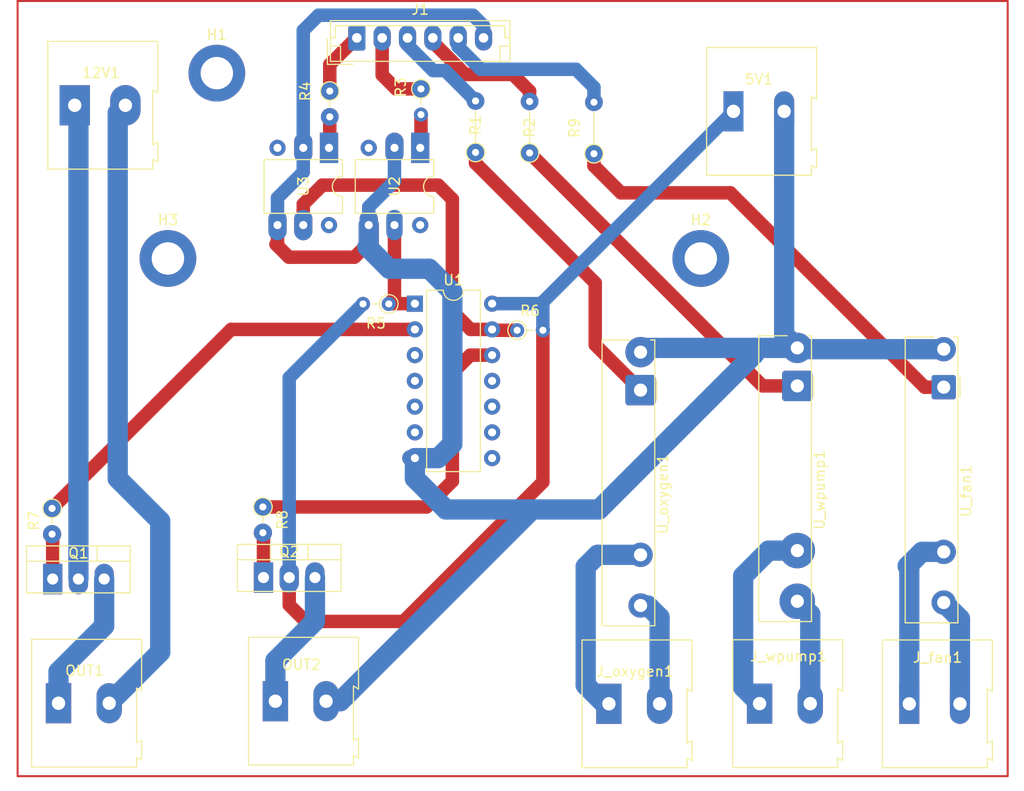
<source format=kicad_pcb>
(kicad_pcb (version 20211014) (generator pcbnew)
  (layers (0 "F.Cu" signal) (31 "B.Cu" signal) (34 "B.Paste" user) (35 "F.Paste" user) (36 "B.SilkS" user "B.Silkscreen") (37 "F.SilkS" user "F.Silkscreen") (38 "B.Mask" user) (39 "F.Mask" user) (44 "Edge.Cuts" user))
  (net 0 "")
  (net 1 "GND12V")
  (net 2 "GND5V")
  (net 3 "D25")
  (net 4 "D26")
  (net 5 "D32")
  (net 6 "D33")
  (net 7 "Net-(J_oxygen1-Pad1)")
  (net 8 "Net-(J_oxygen1-Pad2)")
  (net 9 "Net-(J_wpump1-Pad1)")
  (net 10 "Net-(J_wpump1-Pad2)")
  (net 11 "Net-(OUT1-Pad1)")
  (net 12 "Net-(OUT2-Pad1)")
  (net 13 "Net-(Q1-Pad1)")
  (net 14 "12v")
  (net 15 "Net-(Q2-Pad1)")
  (net 16 "5v")
  (net 17 "Net-(R1-Pad1)")
  (net 18 "Net-(R2-Pad1)")
  (net 19 "Net-(R3-Pad2)")
  (net 20 "Net-(R4-Pad2)")
  (net 21 "Net-(R5-Pad1)")
  (net 22 "Net-(R6-Pad1)")
  (net 23 "Net-(R7-Pad1)")
  (net 24 "Net-(R8-Pad1)")
  (net 37 "D34")
  (net 38 "Net-(R9-Pad1)")
  (net 39 "Net-(J_fan1-Pad1)")
  (net 40 "Net-(J_fan1-Pad2)")
  (footprint "Package_TO_SOT_THT:TO-220-3_Vertical" (layer "F.Cu") (at 109.66 96.145)
    (fp_text reference "Q1" (at 2.54 -2.545) (layer "F.SilkS"))
    (fp_text value "TIP122")
    (fp_line (start -2.58 -1.76) (end 7.66 -1.76) (layer "F.SilkS") (width 0.12))
    (fp_line (start -2.58 -3.27) (end 7.66 -3.27) (layer "F.SilkS") (width 0.12))
    (fp_line (start -2.58 1.371) (end 7.66 1.371) (layer "F.SilkS") (width 0.12))
    (fp_line (start -2.58 -3.27) (end -2.58 1.371) (layer "F.SilkS") (width 0.12))
    (fp_line (start 0.69 -3.27) (end 0.69 -1.76) (layer "F.SilkS") (width 0.12))
    (fp_line (start 7.66 -3.27) (end 7.66 1.371) (layer "F.SilkS") (width 0.12))
    (fp_line (start 4.391 -3.27) (end 4.391 -1.76) (layer "F.SilkS") (width 0.12))
    (pad "1" thru_hole rect (at 0 0) (size 1.905 3) (drill 1.1) (layers *.Cu *.Mask) (net 13 "Net-(Q1-Pad1)"))
    (pad "2" thru_hole oval (at 2.54 0) (size 1.905 3) (drill 1.1) (layers *.Cu *.Mask) (net 14 "12v"))
    (pad "3" thru_hole oval (at 5.08 0) (size 1.905 3) (drill 1.1) (layers *.Cu *.Mask) (net 11 "Net-(OUT1-Pad1)"))
  )
  (footprint "Package_DIP:DIP-6_W7.62mm" (layer "F.Cu") (at 145.925 53.6 -90)
    (fp_text reference "U2" (at 3.8 2.525 90) (layer "F.SilkS"))
    (fp_text value "4N25")
    (fp_line (start 6.46 6.41) (end 6.46 -1.33) (layer "F.SilkS") (width 0.12))
    (fp_line (start 1.16 6.41) (end 6.46 6.41) (layer "F.SilkS") (width 0.12))
    (fp_line (start 2.81 -1.33) (end 1.16 -1.33) (layer "F.SilkS") (width 0.12))
    (fp_line (start 6.46 -1.33) (end 4.81 -1.33) (layer "F.SilkS") (width 0.12))
    (fp_line (start 1.16 -1.33) (end 1.16 6.41) (layer "F.SilkS") (width 0.12))
    (fp_arc (start 4.81 -1.33) (mid 3.81 -0.33) (end 2.81 -1.33) (layer "F.SilkS") (width 0.12))
    (pad "1" thru_hole rect (at 0 0 270) (size 3 1.8) (drill 0.8) (layers *.Cu *.Mask) (net 19 "Net-(R3-Pad2)"))
    (pad "2" thru_hole oval (at 0 2.54 270) (size 3 1.8) (drill 0.8) (layers *.Cu *.Mask) (net 2 "GND5V"))
    (pad "3" thru_hole oval (at 0 5.08 270) (size 1.6 1.6) (drill 0.8) (layers *.Cu *.Mask))
    (pad "4" thru_hole oval (at 7.62 5.08 270) (size 3 1.8) (drill 0.8) (layers *.Cu *.Mask) (net 2 "GND5V"))
    (pad "5" thru_hole oval (at 7.62 2.54 270) (size 3 1.6) (drill 0.8) (layers *.Cu *.Mask) (net 21 "Net-(R5-Pad1)"))
    (pad "6" thru_hole oval (at 7.62 0 270) (size 1.6 1.6) (drill 0.8) (layers *.Cu *.Mask))
  )
  (footprint "TerminalBlock:TerminalBlock_Altech_AK300-2_P5.00mm" (layer "F.Cu") (at 179.4115 108.439)
    (fp_text reference "J_wpump1" (at 2.8335 -4.68) (layer "F.SilkS"))
    (fp_text value "Screw_Terminal_01x02")
    (fp_line (start 7.7 5.35) (end 8.2 5.6) (layer "F.SilkS") (width 0.12))
    (fp_line (start 8.2 -1.2) (end 8.2 -6.3) (layer "F.SilkS") (width 0.12))
    (fp_line (start 8.2 3.65) (end 7.7 3.9) (layer "F.SilkS") (width 0.12))
    (fp_line (start 7.7 -1.5) (end 8.2 -1.2) (layer "F.SilkS") (width 0.12))
    (fp_line (start 8.2 3.7) (end 8.2 3.65) (layer "F.SilkS") (width 0.12))
    (fp_line (start -2.65 6.3) (end 7.7 6.3) (layer "F.SilkS") (width 0.12))
    (fp_line (start 7.7 6.3) (end 7.7 5.35) (layer "F.SilkS") (width 0.12))
    (fp_line (start 7.7 3.9) (end 7.7 -1.5) (layer "F.SilkS") (width 0.12))
    (fp_line (start 8.2 5.6) (end 8.2 3.7) (layer "F.SilkS") (width 0.12))
    (fp_line (start 8.2 -6.3) (end -2.65 -6.3) (layer "F.SilkS") (width 0.12))
    (fp_line (start -2.65 -6.3) (end -2.65 6.3) (layer "F.SilkS") (width 0.12))
    (pad "1" thru_hole rect (at 0 0) (size 2.5 3.96) (drill 1.32) (layers *.Cu *.Mask) (net 9 "Net-(J_wpump1-Pad1)"))
    (pad "2" thru_hole oval (at 5 0) (size 2.5 3.96) (drill 1.32) (layers *.Cu *.Mask) (net 10 "Net-(J_wpump1-Pad2)"))
  )
  (footprint "TerminalBlock:TerminalBlock_Altech_AK300-2_P5.00mm" (layer "F.Cu") (at 194.183 108.458)
    (fp_text reference "J_fan1" (at 2.794 -4.572) (layer "F.SilkS"))
    (fp_text value "Screw_Terminal_01x02")
    (fp_line (start 8.2 3.7) (end 8.2 3.65) (layer "F.SilkS") (width 0.12))
    (fp_line (start 8.2 5.6) (end 8.2 3.7) (layer "F.SilkS") (width 0.12))
    (fp_line (start -2.65 -6.3) (end -2.65 6.3) (layer "F.SilkS") (width 0.12))
    (fp_line (start 7.7 3.9) (end 7.7 -1.5) (layer "F.SilkS") (width 0.12))
    (fp_line (start 7.7 -1.5) (end 8.2 -1.2) (layer "F.SilkS") (width 0.12))
    (fp_line (start 8.2 -6.3) (end -2.65 -6.3) (layer "F.SilkS") (width 0.12))
    (fp_line (start -2.65 6.3) (end 7.7 6.3) (layer "F.SilkS") (width 0.12))
    (fp_line (start 8.2 3.65) (end 7.7 3.9) (layer "F.SilkS") (width 0.12))
    (fp_line (start 7.7 6.3) (end 7.7 5.35) (layer "F.SilkS") (width 0.12))
    (fp_line (start 8.2 -1.2) (end 8.2 -6.3) (layer "F.SilkS") (width 0.12))
    (fp_line (start 7.7 5.35) (end 8.2 5.6) (layer "F.SilkS") (width 0.12))
    (pad "1" thru_hole rect (at 0 0) (size 1.98 3.96) (drill 1.32) (layers *.Cu *.Mask) (net 39 "Net-(J_fan1-Pad1)"))
    (pad "2" thru_hole oval (at 5 0) (size 1.98 3.96) (drill 1.32) (layers *.Cu *.Mask) (net 40 "Net-(J_fan1-Pad2)"))
  )
  (footprint "Resistor_THT:R_Axial_DIN0204_L3.6mm_D1.6mm_P5.08mm_Vertical" (layer "F.Cu") (at 156.718 54.102 90)
    (fp_text reference "R2" (at 2.5 0 90) (layer "F.SilkS"))
    (fp_text value "R")
    (fp_line (start 0.92 0) (end 4.08 0) (layer "F.SilkS") (width 0.12))
    (fp_circle (center 0 0) (end 0.92 0) (layer "F.SilkS") (width 0.12) (fill none))
    (pad "1" thru_hole circle (at 0 0 90) (size 1.75 1.75) (drill 0.7) (layers *.Cu *.Mask) (net 18 "Net-(R2-Pad1)"))
    (pad "2" thru_hole oval (at 5.08 0 90) (size 1.75 1.75) (drill 0.7) (layers *.Cu *.Mask) (net 6 "D33"))
  )
  (footprint "MountingHole:MountingHole_3.2mm_M3_DIN965_Pad" (layer "F.Cu") (at 173.609 64.516)
    (fp_text reference "H2" (at 0 -3.8) (layer "F.SilkS"))
    (fp_text value "MountingHole")
    (pad "1" thru_hole circle (at 0 0) (size 5.6 5.6) (drill 3.2) (layers *.Cu *.Mask))
  )
  (footprint "Connector_JST:JST_EH_B6B-EH-A_1x06_P2.50mm_Vertical" (layer "F.Cu") (at 139.673 42.753)
    (fp_text reference "J1" (at 6.25 -2.8) (layer "F.SilkS"))
    (fp_text value "Conn_01x06_Male")
    (fp_line (start -2.11 -1.21) (end 14.61 -1.21) (layer "F.SilkS") (width 0.12))
    (fp_line (start -2.91 0.11) (end -2.91 2.61) (layer "F.SilkS") (width 0.12))
    (fp_line (start -2.11 0) (end -2.11 -1.21) (layer "F.SilkS") (width 0.12))
    (fp_line (start -2.61 -1.71) (end -2.61 2.31) (layer "F.SilkS") (width 0.12))
    (fp_line (start -2.61 0.81) (end -1.61 0.81) (layer "F.SilkS") (width 0.12))
    (fp_line (start 15.11 0.81) (end 14.11 0.81) (layer "F.SilkS") (width 0.12))
    (fp_line (start 15.11 -1.71) (end -2.61 -1.71) (layer "F.SilkS") (width 0.12))
    (fp_line (start -2.61 0) (end -2.11 0) (layer "F.SilkS") (width 0.12))
    (fp_line (start 14.11 0.81) (end 14.11 2.31) (layer "F.SilkS") (width 0.12))
    (fp_line (start -1.61 0.81) (end -1.61 2.31) (layer "F.SilkS") (width 0.12))
    (fp_line (start -2.61 2.31) (end 15.11 2.31) (layer "F.SilkS") (width 0.12))
    (fp_line (start 14.61 0) (end 15.11 0) (layer "F.SilkS") (width 0.12))
    (fp_line (start 15.11 2.31) (end 15.11 -1.71) (layer "F.SilkS") (width 0.12))
    (fp_line (start -2.91 2.61) (end -0.41 2.61) (layer "F.SilkS") (width 0.12))
    (fp_line (start 14.61 -1.21) (end 14.61 0) (layer "F.SilkS") (width 0.12))
    (pad "1" thru_hole roundrect (at 0 0) (size 1.7 2.5) (drill 0.95) (layers *.Cu *.Mask) (roundrect_rratio 0.1470588235) (net 3 "D25"))
    (pad "2" thru_hole oval (at 2.5 0) (size 1.7 2.5) (drill 0.95) (layers *.Cu *.Mask) (net 4 "D26"))
    (pad "3" thru_hole oval (at 5 0) (size 1.7 2.5) (drill 0.95) (layers *.Cu *.Mask) (net 5 "D32"))
    (pad "4" thru_hole oval (at 7.5 0) (size 1.7 2.5) (drill 0.95) (layers *.Cu *.Mask) (net 6 "D33"))
    (pad "5" thru_hole oval (at 10 0) (size 1.7 2.5) (drill 0.95) (layers *.Cu *.Mask) (net 37 "D34"))
    (pad "6" thru_hole oval (at 12.5 0) (size 1.7 2.5) (drill 0.95) (layers *.Cu *.Mask) (net 2 "GND5V"))
  )
  (footprint "Package_DIP:DIP-6_W7.62mm" (layer "F.Cu") (at 136.925 53.6 -90)
    (fp_text reference "U3" (at 3.8 2.525 90) (layer "F.SilkS"))
    (fp_text value "4N25")
    (fp_line (start 1.16 -1.33) (end 1.16 6.41) (layer "F.SilkS") (width 0.12))
    (fp_line (start 1.16 6.41) (end 6.46 6.41) (layer "F.SilkS") (width 0.12))
    (fp_line (start 6.46 -1.33) (end 4.81 -1.33) (layer "F.SilkS") (width 0.12))
    (fp_line (start 6.46 6.41) (end 6.46 -1.33) (layer "F.SilkS") (width 0.12))
    (fp_line (start 2.81 -1.33) (end 1.16 -1.33) (layer "F.SilkS") (width 0.12))
    (fp_arc (start 4.81 -1.33) (mid 3.81 -0.33) (end 2.81 -1.33) (layer "F.SilkS") (width 0.12))
    (pad "1" thru_hole rect (at 0 0 270) (size 3 1.8) (drill 0.8) (layers *.Cu *.Mask) (net 20 "Net-(R4-Pad2)"))
    (pad "2" thru_hole oval (at 0 2.54 270) (size 3 1.8) (drill 0.8) (layers *.Cu *.Mask) (net 2 "GND5V"))
    (pad "3" thru_hole oval (at 0 5.08 270) (size 1.6 1.6) (drill 0.8) (layers *.Cu *.Mask))
    (pad "4" thru_hole oval (at 7.62 5.08 270) (size 3 1.8) (drill 0.8) (layers *.Cu *.Mask) (net 2 "GND5V"))
    (pad "5" thru_hole oval (at 7.62 2.54 270) (size 3 1.8) (drill 0.8) (layers *.Cu *.Mask) (net 22 "Net-(R6-Pad1)"))
    (pad "6" thru_hole oval (at 7.62 0 270) (size 1.6 1.6) (drill 0.8) (layers *.Cu *.Mask))
  )
  (footprint "Resistor_THT:R_Axial_DIN0204_L3.6mm_D1.6mm_P2.54mm_Vertical" (layer "F.Cu") (at 146 47.78 -90)
    (fp_text reference "R3" (at -0.16 2 90) (layer "F.SilkS"))
    (fp_text value "100")
    (fp_line (start 0.92 0) (end 1.54 0) (layer "F.SilkS") (width 0.12))
    (fp_circle (center 0 0) (end 0.92 0) (layer "F.SilkS") (width 0.12) (fill none))
    (pad "1" thru_hole circle (at 0 0 270) (size 1.75 1.75) (drill 0.7) (layers *.Cu *.Mask) (net 4 "D26"))
    (pad "2" thru_hole oval (at 2.54 0 270) (size 1.4 1.4) (drill 0.7) (layers *.Cu *.Mask) (net 19 "Net-(R3-Pad2)"))
  )
  (footprint "OptoDevice:Finder_34.81" (layer "F.Cu") (at 183.134 77.089 -90)
    (fp_text reference "U_wpump1" (at 10.25 -2.2 90) (layer "F.SilkS"))
    (fp_text value "34.81-8240")
    (fp_line (start 23.25 3.8) (end -4.95 3.8) (layer "F.SilkS") (width 0.12))
    (fp_line (start -4.95 -1.4) (end -4.95 -1) (layer "F.SilkS") (width 0.12))
    (fp_line (start 1 -1.6) (end -1 -1.6) (layer "F.SilkS") (width 0.12))
    (fp_line (start 23.25 -1.4) (end 23.25 3.8) (layer "F.SilkS") (width 0.12))
    (fp_line (start -4.95 -1.4) (end 23.25 -1.4) (layer "F.SilkS") (width 0.12))
    (fp_line (start -4.95 3.8) (end -4.95 1) (layer "F.SilkS") (width 0.12))
    (pad "11" thru_hole circle (at 16.25 0 270) (size 3.5 3.5) (drill 1.3) (layers *.Cu *.Mask) (net 9 "Net-(J_wpump1-Pad1)"))
    (pad "14" thru_hole circle (at 21.25 0 270) (size 3.5 3.5) (drill oval 1.3) (layers *.Cu *.Mask) (net 10 "Net-(J_wpump1-Pad2)"))
    (pad "A1" thru_hole roundrect (at 0 0 270) (size 3 3) (drill 1.3) (layers *.Cu *.Mask) (roundrect_rratio 0.104) (net 18 "Net-(R2-Pad1)"))
    (pad "A2" thru_hole circle (at -3.75 0 270) (size 3 3) (drill 1.3) (layers *.Cu *.Mask) (net 2 "GND5V"))
  )
  (footprint "Package_DIP:DIP-14_W7.62mm" (layer "F.Cu") (at 145.4 68.975)
    (fp_text reference "U1" (at 3.81 -2.33) (layer "F.SilkS"))
    (fp_text value "40106")
    (fp_line (start 6.46 16.57) (end 6.46 -1.33) (layer "F.SilkS") (width 0.12))
    (fp_line (start 1.16 -1.33) (end 1.16 16.57) (layer "F.SilkS") (width 0.12))
    (fp_line (start 1.16 16.57) (end 6.46 16.57) (layer "F.SilkS") (width 0.12))
    (fp_line (start 2.81 -1.33) (end 1.16 -1.33) (layer "F.SilkS") (width 0.12))
    (fp_line (start 6.46 -1.33) (end 4.81 -1.33) (layer "F.SilkS") (width 0.12))
    (fp_arc (start 4.81 -1.33) (mid 3.81 -0.33) (end 2.81 -1.33) (layer "F.SilkS") (width 0.12))
    (pad "1" thru_hole rect (at 0 0) (size 1.6 1.6) (drill 0.8) (layers *.Cu *.Mask) (net 21 "Net-(R5-Pad1)"))
    (pad "2" thru_hole oval (at 0 2.54) (size 1.6 1.6) (drill 0.8) (layers *.Cu *.Mask) (net 23 "Net-(R7-Pad1)"))
    (pad "3" thru_hole oval (at 0 5.08) (size 1.6 1.6) (drill 0.8) (layers *.Cu *.Mask))
    (pad "4" thru_hole oval (at 0 7.62) (size 1.6 1.6) (drill 0.8) (layers *.Cu *.Mask))
    (pad "5" thru_hole oval (at 0 10.16) (size 1.6 1.6) (drill 0.8) (layers *.Cu *.Mask))
    (pad "6" thru_hole oval (at 0 12.7) (size 1.6 1.6) (drill 0.8) (layers *.Cu *.Mask))
    (pad "7" thru_hole oval (at 0 15.24) (size 2.5 1.6) (drill 0.8) (layers *.Cu *.Mask) (net 2 "GND5V"))
    (pad "8" thru_hole oval (at 7.62 15.24) (size 1.6 1.6) (drill 0.8) (layers *.Cu *.Mask))
    (pad "9" thru_hole oval (at 7.62 12.7) (size 1.6 1.6) (drill 0.8) (layers *.Cu *.Mask))
    (pad "10" thru_hole oval (at 7.62 10.16) (size 1.6 1.6) (drill 0.8) (layers *.Cu *.Mask))
    (pad "11" thru_hole oval (at 7.62 7.62) (size 1.6 1.6) (drill 0.8) (layers *.Cu *.Mask))
    (pad "12" thru_hole oval (at 7.62 5.08) (size 1.6 1.6) (drill 0.8) (layers *.Cu *.Mask) (net 24 "Net-(R8-Pad1)"))
    (pad "13" thru_hole oval (at 7.62 2.54) (size 1.6 1.6) (drill 0.8) (layers *.Cu *.Mask) (net 22 "Net-(R6-Pad1)"))
    (pad "14" thru_hole oval (at 7.62 0) (size 1.6 1.6) (drill 0.8) (layers *.Cu *.Mask) (net 16 "5v"))
  )
  (footprint "TerminalBlock:TerminalBlock_Altech_AK300-2_P5.00mm" (layer "F.Cu") (at 131.635 108.2)
    (fp_text reference "OUT2" (at 2.565 -3.6) (layer "F.SilkS"))
    (fp_text value "Screw_Terminal_01x02")
    (fp_line (start 8.2 -1.2) (end 8.2 -6.3) (layer "F.SilkS") (width 0.12))
    (fp_line (start 7.7 5.35) (end 8.2 5.6) (layer "F.SilkS") (width 0.12))
    (fp_line (start 7.7 3.9) (end 7.7 -1.5) (layer "F.SilkS") (width 0.12))
    (fp_line (start 7.7 6.3) (end 7.7 5.35) (layer "F.SilkS") (width 0.12))
    (fp_line (start 8.2 5.6) (end 8.2 3.7) (layer "F.SilkS") (width 0.12))
    (fp_line (start -2.65 6.3) (end 7.7 6.3) (layer "F.SilkS") (width 0.12))
    (fp_line (start -2.65 -6.3) (end -2.65 6.3) (layer "F.SilkS") (width 0.12))
    (fp_line (start 8.2 3.7) (end 8.2 3.65) (layer "F.SilkS") (width 0.12))
    (fp_line (start 8.2 3.65) (end 7.7 3.9) (layer "F.SilkS") (width 0.12))
    (fp_line (start 8.2 -6.3) (end -2.65 -6.3) (layer "F.SilkS") (width 0.12))
    (fp_line (start 7.7 -1.5) (end 8.2 -1.2) (layer "F.SilkS") (width 0.12))
    (pad "1" thru_hole rect (at 0 0) (size 2.5 3.96) (drill 1.32) (layers *.Cu *.Mask) (net 12 "Net-(OUT2-Pad1)"))
    (pad "2" thru_hole oval (at 5 0) (size 2.5 3.96) (drill 1.32) (layers *.Cu *.Mask) (net 2 "GND5V"))
  )
  (footprint "Resistor_THT:R_Axial_DIN0204_L3.6mm_D1.6mm_P2.54mm_Vertical" (layer "F.Cu") (at 155.49 71.6)
    (fp_text reference "R6" (at 1.27 -1.92) (layer "F.SilkS"))
    (fp_text value "10k")
    (fp_line (start 0.92 0) (end 1.54 0) (layer "F.SilkS") (width 0.12))
    (fp_circle (center 0 0) (end 0.92 0) (layer "F.SilkS") (width 0.12) (fill none))
    (pad "1" thru_hole circle (at 0 0) (size 1.4 1.4) (drill 0.7) (layers *.Cu *.Mask) (net 22 "Net-(R6-Pad1)"))
    (pad "2" thru_hole oval (at 2.54 0) (size 1.4 1.4) (drill 0.7) (layers *.Cu *.Mask) (net 16 "5v"))
  )
  (footprint "Package_TO_SOT_THT:TO-220-3_Vertical" (layer "F.Cu") (at 130.46 96)
    (fp_text reference "Q2" (at 2.54 -2.545) (layer "F.SilkS"))
    (fp_text value "TIP122")
    (fp_line (start -2.58 -3.27) (end 7.66 -3.27) (layer "F.SilkS") (width 0.12))
    (fp_line (start 4.391 -3.27) (end 4.391 -1.76) (layer "F.SilkS") (width 0.12))
    (fp_line (start -2.58 -3.27) (end -2.58 1.371) (layer "F.SilkS") (width 0.12))
    (fp_line (start -2.58 1.371) (end 7.66 1.371) (layer "F.SilkS") (width 0.12))
    (fp_line (start -2.58 -1.76) (end 7.66 -1.76) (layer "F.SilkS") (width 0.12))
    (fp_line (start 0.69 -3.27) (end 0.69 -1.76) (layer "F.SilkS") (width 0.12))
    (fp_line (start 7.66 -3.27) (end 7.66 1.371) (layer "F.SilkS") (width 0.12))
    (pad "1" thru_hole rect (at 0 0) (size 1.905 3) (drill 1.1) (layers *.Cu *.Mask) (net 15 "Net-(Q2-Pad1)"))
    (pad "2" thru_hole oval (at 2.54 0) (size 1.905 3) (drill 1.1) (layers *.Cu *.Mask) (net 16 "5v"))
    (pad "3" thru_hole oval (at 5.08 0) (size 1.905 3) (drill 1.1) (layers *.Cu *.Mask) (net 12 "Net-(OUT2-Pad1)"))
  )
  (footprint "Resistor_THT:R_Axial_DIN0204_L3.6mm_D1.6mm_P5.08mm_Vertical" (layer "F.Cu") (at 151.384 54.052 90)
    (fp_text reference "R1" (at 2.69 0 90) (layer "F.SilkS"))
    (fp_text value "R")
    (fp_line (start 0.92 0) (end 4.08 0) (layer "F.SilkS") (width 0.12))
    (fp_circle (center 0 0) (end 0.92 0) (layer "F.SilkS") (width 0.12) (fill none))
    (pad "1" thru_hole circle (at 0 0 90) (size 1.75 1.75) (drill 0.7) (layers *.Cu *.Mask) (net 17 "Net-(R1-Pad1)"))
    (pad "2" thru_hole oval (at 5.08 0 90) (size 1.75 1.75) (drill 0.7) (layers *.Cu *.Mask) (net 5 "D32"))
  )
  (footprint "MountingHole:MountingHole_3.2mm_M3_DIN965_Pad" (layer "F.Cu") (at 125.857 46.228)
    (fp_text reference "H1" (at 0 -3.8) (layer "F.SilkS"))
    (fp_text value "MountingHole")
    (pad "1" thru_hole circle (at 0 0) (size 5.6 5.6) (drill 3.2) (layers *.Cu *.Mask))
  )
  (footprint "Resistor_THT:R_Axial_DIN0204_L3.6mm_D1.6mm_P2.54mm_Vertical" (layer "F.Cu") (at 109.6 89.18 -90)
    (fp_text reference "R7" (at 1.22 1.8 90) (layer "F.SilkS"))
    (fp_text value "10")
    (fp_line (start 0.92 0) (end 1.54 0) (layer "F.SilkS") (width 0.12))
    (fp_circle (center 0 0) (end 0.92 0) (layer "F.SilkS") (width 0.12) (fill none))
    (pad "1" thru_hole circle (at 0 0 270) (size 1.8 1.8) (drill 0.7) (layers *.Cu *.Mask) (net 23 "Net-(R7-Pad1)"))
    (pad "2" thru_hole oval (at 2.54 0 270) (size 1.8 1.8) (drill 0.7) (layers *.Cu *.Mask) (net 13 "Net-(Q1-Pad1)"))
  )
  (footprint "OptoDevice:Finder_34.81" (layer "F.Cu") (at 197.583 77.216 -90)
    (fp_text reference "U_fan1" (at 10.25 -2.2 90) (layer "F.SilkS"))
    (fp_text value "34.81-8240")
    (fp_line (start -4.95 -1.4) (end -4.95 -1) (layer "F.SilkS") (width 0.12))
    (fp_line (start 1 -1.6) (end -1 -1.6) (layer "F.SilkS") (width 0.12))
    (fp_line (start 23.25 -1.4) (end 23.25 3.8) (layer "F.SilkS") (width 0.12))
    (fp_line (start -4.95 -1.4) (end 23.25 -1.4) (layer "F.SilkS") (width 0.12))
    (fp_line (start 23.25 3.8) (end -4.95 3.8) (layer "F.SilkS") (width 0.12))
    (fp_line (start -4.95 3.8) (end -4.95 1) (layer "F.SilkS") (width 0.12))
    (pad "11" thru_hole circle (at 16.25 0 270) (size 2.4 2.4) (drill 1.3) (layers *.Cu *.Mask) (net 39 "Net-(J_fan1-Pad1)"))
    (pad "14" thru_hole circle (at 21.25 0 270) (size 2.4 2.4) (drill 1.3) (layers *.Cu *.Mask) (net 40 "Net-(J_fan1-Pad2)"))
    (pad "A1" thru_hole roundrect (at 0 0 270) (size 2.4 2.4) (drill 1.3) (layers *.Cu *.Mask) (roundrect_rratio 0.104) (net 38 "Net-(R9-Pad1)"))
    (pad "A2" thru_hole circle (at -3.75 0 270) (size 2.4 2.4) (drill 1.3) (layers *.Cu *.Mask) (net 2 "GND5V"))
  )
  (footprint "MountingHole:MountingHole_3.2mm_M3_DIN965_Pad" (layer "F.Cu") (at 121.031 64.516)
    (fp_text reference "H3" (at 0 -3.8) (layer "F.SilkS"))
    (fp_text value "MountingHole")
    (pad "1" thru_hole circle (at 0 0) (size 5.6 5.6) (drill 3.2) (layers *.Cu *.Mask))
  )
  (footprint "Resistor_THT:R_Axial_DIN0204_L3.6mm_D1.6mm_P5.08mm_Vertical" (layer "F.Cu") (at 163.068 54.179 90)
    (fp_text reference "R9" (at 2.54 -1.92 90) (layer "F.SilkS"))
    (fp_text value "R")
    (fp_line (start 0.92 0) (end 4.08 0) (layer "F.SilkS") (width 0.12))
    (fp_circle (center 0 0) (end 0.92 0) (layer "F.SilkS") (width 0.12) (fill none))
    (pad "1" thru_hole circle (at 0 0 90) (size 1.75 1.75) (drill 0.7) (layers *.Cu *.Mask) (net 38 "Net-(R9-Pad1)"))
    (pad "2" thru_hole oval (at 5.08 0 90) (size 1.75 1.75) (drill 0.7) (layers *.Cu *.Mask) (net 37 "D34"))
  )
  (footprint "TerminalBlock:TerminalBlock_Altech_AK300-2_P5.00mm" (layer "F.Cu") (at 176.835 50)
    (fp_text reference "5V1" (at 2.515 -3.17) (layer "F.SilkS"))
    (fp_text value "Screw_Terminal_01x02")
    (fp_line (start 8.2 3.7) (end 8.2 3.65) (layer "F.SilkS") (width 0.12))
    (fp_line (start -2.65 6.3) (end 7.7 6.3) (layer "F.SilkS") (width 0.12))
    (fp_line (start 8.2 5.6) (end 8.2 3.7) (layer "F.SilkS") (width 0.12))
    (fp_line (start 7.7 3.9) (end 7.7 -1.5) (layer "F.SilkS") (width 0.12))
    (fp_line (start 7.7 6.3) (end 7.7 5.35) (layer "F.SilkS") (width 0.12))
    (fp_line (start 7.7 5.35) (end 8.2 5.6) (layer "F.SilkS") (width 0.12))
    (fp_line (start -2.65 -6.3) (end -2.65 6.3) (layer "F.SilkS") (width 0.12))
    (fp_line (start 8.2 -6.3) (end -2.65 -6.3) (layer "F.SilkS") (width 0.12))
    (fp_line (start 8.2 3.65) (end 7.7 3.9) (layer "F.SilkS") (width 0.12))
    (fp_line (start 8.2 -1.2) (end 8.2 -6.3) (layer "F.SilkS") (width 0.12))
    (fp_line (start 7.7 -1.5) (end 8.2 -1.2) (layer "F.SilkS") (width 0.12))
    (pad "1" thru_hole rect (at 0 0) (size 1.98 3.96) (drill 1.32) (layers *.Cu *.Mask) (net 16 "5v"))
    (pad "2" thru_hole oval (at 5 0) (size 1.98 3.96) (drill 1.32) (layers *.Cu *.Mask) (net 2 "GND5V"))
  )
  (footprint "Resistor_THT:R_Axial_DIN0204_L3.6mm_D1.6mm_P2.54mm_Vertical" (layer "F.Cu") (at 142.82 69 180)
    (fp_text reference "R5" (at 1.27 -1.92) (layer "F.SilkS"))
    (fp_text value "10k")
    (fp_line (start 0.92 0) (end 1.54 0) (layer "F.SilkS") (width 0.12))
    (fp_circle (center 0 0) (end 0.92 0) (layer "F.SilkS") (width 0.12) (fill none))
    (pad "1" thru_hole circle (at 0 0 180) (size 1.4 1.4) (drill 0.7) (layers *.Cu *.Mask) (net 21 "Net-(R5-Pad1)"))
    (pad "2" thru_hole oval (at 2.54 0 180) (size 1.4 1.4) (drill 0.7) (layers *.Cu *.Mask) (net 16 "5v"))
  )
  (footprint "TerminalBlock:TerminalBlock_Altech_AK300-2_P5.00mm" (layer "F.Cu") (at 111.835 49.4)
    (fp_text reference "12V1" (at 2.6 -3.2) (layer "F.SilkS"))
    (fp_text value "Screw_Terminal_01x02")
    (fp_line (start -2.65 6.3) (end 7.7 6.3) (layer "F.SilkS") (width 0.12))
    (fp_line (start 7.7 5.35) (end 8.2 5.6) (layer "F.SilkS") (width 0.12))
    (fp_line (start 8.2 5.6) (end 8.2 3.7) (layer "F.SilkS") (width 0.12))
    (fp_line (start 7.7 3.9) (end 7.7 -1.5) (layer "F.SilkS") (width 0.12))
    (fp_line (start 7.7 -1.5) (end 8.2 -1.2) (layer "F.SilkS") (width 0.12))
    (fp_line (start 8.2 3.65) (end 7.7 3.9) (layer "F.SilkS") (width 0.12))
    (fp_line (start 8.2 -6.3) (end -2.65 -6.3) (layer "F.SilkS") (width 0.12))
    (fp_line (start 8.2 3.7) (end 8.2 3.65) (layer "F.SilkS") (width 0.12))
    (fp_line (start -2.65 -6.3) (end -2.65 6.3) (layer "F.SilkS") (width 0.12))
    (fp_line (start 7.7 6.3) (end 7.7 5.35) (layer "F.SilkS") (width 0.12))
    (fp_line (start 8.2 -1.2) (end 8.2 -6.3) (layer "F.SilkS") (width 0.12))
    (pad "1" thru_hole rect (at 0 0) (size 3 3.96) (drill 1.32) (layers *.Cu *.Mask) (net 14 "12v"))
    (pad "2" thru_hole oval (at 5 0) (size 3 4) (drill 1.32) (layers *.Cu *.Mask) (net 1 "GND12V"))
  )
  (footprint "TerminalBlock:TerminalBlock_Altech_AK300-2_P5.00mm" (layer "F.Cu") (at 164.545 108.458)
    (fp_text reference "J_oxygen1" (at 2.565 -3.2) (layer "F.SilkS"))
    (fp_text value "Screw_Terminal_01x02")
    (fp_line (start 8.2 -1.2) (end 8.2 -6.3) (layer "F.SilkS") (width 0.12))
    (fp_line (start -2.65 6.3) (end 7.7 6.3) (layer "F.SilkS") (width 0.12))
    (fp_line (start -2.65 -6.3) (end -2.65 6.3) (layer "F.SilkS") (width 0.12))
    (fp_line (start 8.2 -6.3) (end -2.65 -6.3) (layer "F.SilkS") (width 0.12))
    (fp_line (start 7.7 6.3) (end 7.7 5.35) (layer "F.SilkS") (width 0.12))
    (fp_line (start 8.2 5.6) (end 8.2 3.7) (layer "F.SilkS") (width 0.12))
    (fp_line (start 7.7 3.9) (end 7.7 -1.5) (layer "F.SilkS") (width 0.12))
    (fp_line (start 8.2 3.7) (end 8.2 3.65) (layer "F.SilkS") (width 0.12))
    (fp_line (start 8.2 3.65) (end 7.7 3.9) (layer "F.SilkS") (width 0.12))
    (fp_line (start 7.7 -1.5) (end 8.2 -1.2) (layer "F.SilkS") (width 0.12))
    (fp_line (start 7.7 5.35) (end 8.2 5.6) (layer "F.SilkS") (width 0.12))
    (pad "1" thru_hole rect (at 0 0) (size 2.5 3.96) (drill 1.32) (layers *.Cu *.Mask) (net 7 "Net-(J_oxygen1-Pad1)"))
    (pad "2" thru_hole oval (at 5 0) (size 2.5 3.96) (drill 1.32) (layers *.Cu *.Mask) (net 8 "Net-(J_oxygen1-Pad2)"))
  )
  (footprint "Resistor_THT:R_Axial_DIN0204_L3.6mm_D1.6mm_P2.54mm_Vertical" (layer "F.Cu") (at 130.4 89.035 -90)
    (fp_text reference "R8" (at 1.27 -1.92 90) (layer "F.SilkS"))
    (fp_text value "10")
    (fp_line (start 0.92 0) (end 1.54 0) (layer "F.SilkS") (width 0.12))
    (fp_circle (center 0 0) (end 0.92 0) (layer "F.SilkS") (width 0.12) (fill none))
    (pad "1" thru_hole circle (at 0 0 270) (size 1.8 1.8) (drill 0.7) (layers *.Cu *.Mask) (net 24 "Net-(R8-Pad1)"))
    (pad "2" thru_hole oval (at 2.54 0 270) (size 1.8 1.8) (drill 0.7) (layers *.Cu *.Mask) (net 15 "Net-(Q2-Pad1)"))
  )
  (footprint "TerminalBlock:TerminalBlock_Altech_AK300-2_P5.00mm" (layer "F.Cu") (at 110.235 108.4)
    (fp_text reference "OUT1" (at 2.565 -3.2) (layer "F.SilkS"))
    (fp_text value "Screw_Terminal_01x02")
    (fp_line (start -2.65 -6.3) (end -2.65 6.3) (layer "F.SilkS") (width 0.12))
    (fp_line (start 8.2 -1.2) (end 8.2 -6.3) (layer "F.SilkS") (width 0.12))
    (fp_line (start 8.2 3.65) (end 7.7 3.9) (layer "F.SilkS") (width 0.12))
    (fp_line (start 7.7 6.3) (end 7.7 5.35) (layer "F.SilkS") (width 0.12))
    (fp_line (start 7.7 3.9) (end 7.7 -1.5) (layer "F.SilkS") (width 0.12))
    (fp_line (start 7.7 -1.5) (end 8.2 -1.2) (layer "F.SilkS") (width 0.12))
    (fp_line (start 7.7 5.35) (end 8.2 5.6) (layer "F.SilkS") (width 0.12))
    (fp_line (start 8.2 5.6) (end 8.2 3.7) (layer "F.SilkS") (width 0.12))
    (fp_line (start -2.65 6.3) (end 7.7 6.3) (layer "F.SilkS") (width 0.12))
    (fp_line (start 8.2 -6.3) (end -2.65 -6.3) (layer "F.SilkS") (width 0.12))
    (fp_line (start 8.2 3.7) (end 8.2 3.65) (layer "F.SilkS") (width 0.12))
    (pad "1" thru_hole rect (at 0 0) (size 2.5 3.96) (drill 1.32) (layers *.Cu *.Mask) (net 11 "Net-(OUT1-Pad1)"))
    (pad "2" thru_hole oval (at 5 0) (size 2.5 3.96) (drill 1.32) (layers *.Cu *.Mask) (net 1 "GND12V"))
  )
  (footprint "OptoDevice:Finder_34.81" (layer "F.Cu") (at 167.6675 77.508 -90)
    (fp_text reference "U_oxygen1" (at 10.25 -2.2 90) (layer "F.SilkS"))
    (fp_text value "34.81-8240")
    (fp_line (start 1 -1.6) (end -1 -1.6) (layer "F.SilkS") (width 0.12))
    (fp_line (start -4.95 -1.4) (end 23.25 -1.4) (layer "F.SilkS") (width 0.12))
    (fp_line (start -4.95 3.8) (end -4.95 1) (layer "F.SilkS") (width 0.12))
    (fp_line (start -4.95 -1.4) (end -4.95 -1) (layer "F.SilkS") (width 0.12))
    (fp_line (start 23.25 3.8) (end -4.95 3.8) (layer "F.SilkS") (width 0.12))
    (fp_line (start 23.25 -1.4) (end 23.25 3.8) (layer "F.SilkS") (width 0.12))
    (pad "11" thru_hole circle (at 16.25 0 270) (size 2.4 2.4) (drill 1.3) (layers *.Cu *.Mask) (net 7 "Net-(J_oxygen1-Pad1)"))
    (pad "14" thru_hole circle (at 21.25 0 270) (size 2.4 2.4) (drill 1.3) (layers *.Cu *.Mask) (net 8 "Net-(J_oxygen1-Pad2)"))
    (pad "A1" thru_hole roundrect (at 0 0 270) (size 3 3) (drill 1.3) (layers *.Cu *.Mask) (roundrect_rratio 0.104) (net 17 "Net-(R1-Pad1)"))
    (pad "A2" thru_hole circle (at -3.75 0 270) (size 3 3) (drill 1.3) (layers *.Cu *.Mask) (net 2 "GND5V"))
  )
  (footprint "Resistor_THT:R_Axial_DIN0204_L3.6mm_D1.6mm_P2.54mm_Vertical" (layer "F.Cu") (at 137 48 -90)
    (fp_text reference "R4" (at 0.02 2.4 90) (layer "F.SilkS"))
    (fp_text value "100")
    (fp_line (start 0.92 0) (end 1.54 0) (layer "F.SilkS") (width 0.12))
    (fp_circle (center 0 0) (end 0.92 0) (layer "F.SilkS") (width 0.12) (fill none))
    (pad "1" thru_hole circle (at 0 0 270) (size 1.75 1.75) (drill 0.7) (layers *.Cu *.Mask) (net 3 "D25"))
    (pad "2" thru_hole oval (at 2.54 0 270) (size 1.75 1.75) (drill 0.7) (layers *.Cu *.Mask) (net 20 "Net-(R4-Pad2)"))
  )
  (gr_rect (start 203.894 39.111) (end 106.2 115.6) (layer "F.Cu") (width 0.2) (fill none))
  (segment (start 120.269 90.424) (end 120.269 103.366) (width 2) (layer "B.Cu") (net 1))
  (segment (start 120.269 103.366) (end 115.235 108.4) (width 2) (layer "B.Cu") (net 1))
  (segment (start 116.078 50.157) (end 116.078 86.233) (width 2) (layer "B.Cu") (net 1))
  (segment (start 116.078 86.233) (end 120.269 90.424) (width 2) (layer "B.Cu") (net 1))
  (segment (start 116.078 50.157) (end 116.835 49.4) (width 2) (layer "B.Cu") (net 1))
  (segment (start 131.699 63.119) (end 131.845 62.973) (width 1.33) (layer "F.Cu") (net 2))
  (segment (start 140.845 62.99) (end 139.446 64.389) (width 1.33) (layer "F.Cu") (net 2))
  (segment (start 139.446 64.389) (end 132.969 64.389) (width 1.33) (layer "F.Cu") (net 2))
  (segment (start 131.845 62.973) (end 131.845 61.22) (width 1.33) (layer "F.Cu") (net 2))
  (segment (start 132.969 64.389) (end 131.699 63.119) (width 1.33) (layer "F.Cu") (net 2))
  (segment (start 140.845 61.22) (end 140.845 62.99) (width 2) (layer "F.Cu") (net 2))
  (segment (start 178.876 73.339) (end 178.876 73.981) (width 2) (layer "B.Cu") (net 2))
  (segment (start 183.261 73.466) (end 183.134 73.339) (width 2) (layer "B.Cu") (net 2))
  (segment (start 178.876 73.339) (end 168.0865 73.339) (width 2) (layer "B.Cu") (net 2))
  (segment (start 168.0865 73.339) (end 167.6675 73.758) (width 2) (layer "B.Cu") (net 2))
  (segment (start 145.4 86.218) (end 148.463 89.281) (width 2) (layer "B.Cu") (net 2))
  (segment (start 143.385 56.894) (end 143.385 53.6) (width 1.33) (layer "B.Cu") (net 2))
  (segment (start 197.583 73.466) (end 183.261 73.466) (width 2) (layer "B.Cu") (net 2))
  (segment (start 140.716 63.373) (end 140.845 63.244) (width 2) (layer "B.Cu") (net 2))
  (segment (start 134.385 53.6) (end 134.385 42.018) (width 1.33) (layer "B.Cu") (net 2))
  (segment (start 183.134 73.339) (end 178.876 73.339) (width 2) (layer "B.Cu") (net 2))
  (segment (start 147.687 84.215) (end 149.098 82.804) (width 2) (layer "B.Cu") (net 2))
  (segment (start 163.576 89.281) (end 156.972 89.281) (width 2) (layer "B.Cu") (net 2))
  (segment (start 181.835 72.04) (end 183.134 73.339) (width 2) (layer "B.Cu") (net 2))
  (segment (start 134.385 55.988) (end 131.845 58.528) (width 1.33) (layer "B.Cu") (net 2))
  (segment (start 140.845 63.244) (end 140.845 61.22) (width 2) (layer "B.Cu") (net 2))
  (segment (start 151.13 40.513) (end 152.173 41.556) (width 1.33) (layer "B.Cu") (net 2))
  (segment (start 145.4 84.215) (end 145.4 86.218) (width 2) (layer "B.Cu") (net 2))
  (segment (start 134.385 53.6) (end 134.385 55.988) (width 1.33) (layer "B.Cu") (net 2))
  (segment (start 145.4 84.215) (end 147.687 84.215) (width 2) (layer "B.Cu") (net 2))
  (segment (start 134.385 42.018) (end 135.89 40.513) (width 1.33) (layer "B.Cu") (net 2))
  (segment (start 135.89 40.513) (end 151.13 40.513) (width 1.33) (layer "B.Cu") (net 2))
  (segment (start 131.845 58.528) (end 131.845 61.22) (width 1.33) (layer "B.Cu") (net 2))
  (segment (start 146.812 65.532) (end 142.875 65.532) (width 2) (layer "B.Cu") (net 2))
  (segment (start 140.845 61.22) (end 140.845 59.434) (width 1.33) (layer "B.Cu") (net 2))
  (segment (start 149.098 67.818) (end 146.812 65.532) (width 2) (layer "B.Cu") (net 2))
  (segment (start 136.635 108.2) (end 138.053 108.2) (width 2) (layer "B.Cu") (net 2))
  (segment (start 167.4675 73.558) (end 167.6675 73.758) (width 1.85) (layer "B.Cu") (net 2))
  (segment (start 178.876 73.981) (end 163.576 89.281) (width 2) (layer "B.Cu") (net 2))
  (segment (start 152.173 41.556) (end 152.173 42.753) (width 1.33) (layer "B.Cu") (net 2))
  (segment (start 181.835 50) (end 181.835 72.04) (width 2) (layer "B.Cu") (net 2))
  (segment (start 138.053 108.2) (end 156.972 89.281) (width 2) (layer "B.Cu") (net 2))
  (segment (start 156.972 89.281) (end 148.463 89.281) (width 2) (layer "B.Cu") (net 2))
  (segment (start 142.875 65.532) (end 140.716 63.373) (width 2) (layer "B.Cu") (net 2))
  (segment (start 149.098 82.804) (end 149.098 67.818) (width 2) (layer "B.Cu") (net 2))
  (segment (start 140.845 59.434) (end 143.385 56.894) (width 1.33) (layer "B.Cu") (net 2))
  (segment (start 139.619 42.753) (end 137 45.372) (width 1.33) (layer "F.Cu") (net 3))
  (segment (start 137 45.372) (end 137 48) (width 1.33) (layer "F.Cu") (net 3))
  (segment (start 139.673 42.753) (end 139.619 42.753) (width 1.33) (layer "F.Cu") (net 3))
  (segment (start 143.538 47.78) (end 142.173 46.415) (width 1.33) (layer "F.Cu") (net 4))
  (segment (start 146 47.78) (end 143.538 47.78) (width 1.33) (layer "F.Cu") (net 4))
  (segment (start 142.173 46.415) (end 142.173 42.753) (width 1.33) (layer "F.Cu") (net 4))
  (segment (start 147.193 45.974) (end 144.673 43.454) (width 1.33) (layer "B.Cu") (net 5))
  (segment (start 144.673 43.454) (end 144.673 42.753) (width 1.33) (layer "B.Cu") (net 5))
  (segment (start 151.384 48.972) (end 148.386 45.974) (width 1.33) (layer "B.Cu") (net 5))
  (segment (start 148.386 45.974) (end 147.193 45.974) (width 1.33) (layer "B.Cu") (net 5))
  (segment (start 150.368 46.355) (end 147.173 43.16) (width 1.33) (layer "F.Cu") (net 6))
  (segment (start 156.718 49.022) (end 156.718 48.006) (width 1.33) (layer "F.Cu") (net 6))
  (segment (start 156.718 48.006) (end 155.067 46.355) (width 1.33) (layer "F.Cu") (net 6))
  (segment (start 147.173 43.16) (end 147.173 42.753) (width 1.33) (layer "F.Cu") (net 6))
  (segment (start 155.067 46.355) (end 150.368 46.355) (width 1.33) (layer "F.Cu") (net 6))
  (segment (start 167.6675 93.758) (end 163.425 93.758) (width 2) (layer "B.Cu") (net 7))
  (segment (start 164.103 108.458) (end 164.545 108.458) (width 1.85) (layer "B.Cu") (net 7))
  (segment (start 162.256 94.927) (end 162.256 106.611) (width 2) (layer "B.Cu") (net 7))
  (segment (start 163.425 93.758) (end 162.256 94.927) (width 2) (layer "B.Cu") (net 7))
  (segment (start 162.256 106.611) (end 164.103 108.458) (width 2) (layer "B.Cu") (net 7))
  (segment (start 167.6675 98.758) (end 168.373 98.758) (width 2) (layer "B.Cu") (net 8))
  (segment (start 169.545 99.93) (end 169.545 108.458) (width 2) (layer "B.Cu") (net 8))
  (segment (start 168.373 98.758) (end 169.545 99.93) (width 2) (layer "B.Cu") (net 8))
  (segment (start 177.7905 106.818) (end 179.4115 108.439) (width 2) (layer "B.Cu") (net 9))
  (segment (start 180.3025 93.339) (end 177.7905 95.851) (width 2) (layer "B.Cu") (net 9))
  (segment (start 183.134 93.339) (end 180.3025 93.339) (width 2) (layer "B.Cu") (net 9))
  (segment (start 177.7905 95.851) (end 177.7905 106.818) (width 2) (layer "B.Cu") (net 9))
  (segment (start 184.4115 108.439) (end 184.4115 99.6165) (width 2) (layer "B.Cu") (net 10))
  (segment (start 184.4115 99.6165) (end 183.134 98.339) (width 2) (layer "B.Cu") (net 10))
  (segment (start 114.74 100.779) (end 110.235 105.284) (width 2) (layer "B.Cu") (net 11))
  (segment (start 110.235 105.284) (end 110.235 108.4) (width 2) (layer "B.Cu") (net 11))
  (segment (start 114.74 96.145) (end 114.74 100.779) (width 2) (layer "B.Cu") (net 11))
  (segment (start 131.635 108.2) (end 131.635 104.204) (width 2) (layer "B.Cu") (net 12))
  (segment (start 131.635 104.204) (end 135.54 100.299) (width 2) (layer "B.Cu") (net 12))
  (segment (start 135.54 100.299) (end 135.54 96) (width 2) (layer "B.Cu") (net 12))
  (segment (start 109.66 91.78) (end 109.6 91.72) (width 1.33) (layer "F.Cu") (net 13))
  (segment (start 109.66 96.145) (end 109.66 91.78) (width 1.33) (layer "F.Cu") (net 13))
  (segment (start 111.835 49.4) (end 112.2 49.765) (width 2) (layer "B.Cu") (net 14))
  (segment (start 112.2 96.145) (end 112.2 49.765) (width 2) (layer "B.Cu") (net 14))
  (segment (start 130.46 96) (end 130.46 91.635) (width 1.33) (layer "F.Cu") (net 15))
  (segment (start 130.46 91.635) (end 130.4 91.575) (width 1.33) (layer "F.Cu") (net 15))
  (segment (start 158.03 71.6) (end 158.03 86.572) (width 1.33) (layer "F.Cu") (net 16))
  (segment (start 134.62 100.33) (end 133 98.71) (width 1.33) (layer "F.Cu") (net 16))
  (segment (start 158.03 86.572) (end 144.272 100.33) (width 1.33) (layer "F.Cu") (net 16))
  (segment (start 133 98.71) (end 133 96) (width 1.33) (layer "F.Cu") (net 16))
  (segment (start 144.272 100.33) (end 134.62 100.33) (width 1.33) (layer "F.Cu") (net 16))
  (segment (start 158.03 68.805) (end 157.86 68.975) (width 1.33) (layer "B.Cu") (net 16))
  (segment (start 176.835 50) (end 158.03 68.805) (width 1.33) (layer "B.Cu") (net 16))
  (segment (start 158.03 68.805) (end 158.03 71.6) (width 1.33) (layer "B.Cu") (net 16))
  (segment (start 140.28 69) (end 133 76.28) (width 1.33) (layer "B.Cu") (net 16))
  (segment (start 133 76.28) (end 133 96) (width 1.33) (layer "B.Cu") (net 16))
  (segment (start 157.86 68.975) (end 153.02 68.975) (width 1.33) (layer "B.Cu") (net 16))
  (segment (start 151.384 55.118) (end 151.384 54.052) (width 1.33) (layer "F.Cu") (net 17))
  (segment (start 167.6675 77.508) (end 163.195 73.0355) (width 1.33) (layer "F.Cu") (net 17))
  (segment (start 163.195 73.0355) (end 163.195 66.929) (width 1.33) (layer "F.Cu") (net 17))
  (segment (start 163.195 66.929) (end 151.384 55.118) (width 1.33) (layer "F.Cu") (net 17))
  (segment (start 183.134 77.089) (end 179.705 77.089) (width 1.33) (layer "F.Cu") (net 18))
  (segment (start 179.705 77.089) (end 156.718 54.102) (width 1.33) (layer "F.Cu") (net 18))
  (segment (start 146 53.525) (end 145.925 53.6) (width 1.33) (layer "F.Cu") (net 19))
  (segment (start 146 50.32) (end 146 53.525) (width 1.33) (layer "F.Cu") (net 19))
  (segment (start 137 53.525) (end 136.925 53.6) (width 1.33) (layer "F.Cu") (net 20))
  (segment (start 137 50.54) (end 137 53.525) (width 1.33) (layer "F.Cu") (net 20))
  (segment (start 145.4 68.975) (end 142.845 68.975) (width 1.33) (layer "F.Cu") (net 21))
  (segment (start 143.385 61.22) (end 143.385 68.435) (width 1.33) (layer "F.Cu") (net 21))
  (segment (start 143.385 68.435) (end 142.82 69) (width 1.33) (layer "F.Cu") (net 21))
  (segment (start 142.845 68.975) (end 142.82 69) (width 1.33) (layer "F.Cu") (net 21))
  (segment (start 149.098 69.723) (end 149.098 58.674) (width 1.33) (layer "F.Cu") (net 22))
  (segment (start 155.49 71.6) (end 153.105 71.6) (width 1.33) (layer "F.Cu") (net 22))
  (segment (start 147.701 57.277) (end 136.271 57.277) (width 1.33) (layer "F.Cu") (net 22))
  (segment (start 153.02 71.515) (end 150.89 71.515) (width 1.33) (layer "F.Cu") (net 22))
  (segment (start 149.098 58.674) (end 147.701 57.277) (width 1.33) (layer "F.Cu") (net 22))
  (segment (start 150.89 71.515) (end 149.098 69.723) (width 1.33) (layer "F.Cu") (net 22))
  (segment (start 153.105 71.6) (end 153.02 71.515) (width 1.33) (layer "F.Cu") (net 22))
  (segment (start 134.385 59.163) (end 134.385 61.22) (width 1.33) (layer "F.Cu") (net 22))
  (segment (start 136.271 57.277) (end 134.385 59.163) (width 1.33) (layer "F.Cu") (net 22))
  (segment (start 127.265 71.515) (end 109.6 89.18) (width 1.33) (layer "F.Cu") (net 23))
  (segment (start 145.4 71.515) (end 127.265 71.515) (width 1.33) (layer "F.Cu") (net 23))
  (segment (start 146.55 89.035) (end 130.4 89.035) (width 1.33) (layer "F.Cu") (net 24))
  (segment (start 149.098 75.819) (end 149.098 86.487) (width 1.33) (layer "F.Cu") (net 24))
  (segment (start 149.098 86.487) (end 146.55 89.035) (width 1.33) (layer "F.Cu") (net 24))
  (segment (start 153.02 74.055) (end 150.862 74.055) (width 1.33) (layer "F.Cu") (net 24))
  (segment (start 150.862 74.055) (end 149.098 75.819) (width 1.33) (layer "F.Cu") (net 24))
  (segment (start 161.29 45.847) (end 151.892 45.847) (width 1.33) (layer "B.Cu") (net 37))
  (segment (start 163.068 47.625) (end 161.29 45.847) (width 1.33) (layer "B.Cu") (net 37))
  (segment (start 149.673 43.628) (end 149.673 42.753) (width 1.33) (layer "B.Cu") (net 37))
  (segment (start 163.068 49.099) (end 163.068 47.625) (width 1.33) (layer "B.Cu") (net 37))
  (segment (start 151.892 45.847) (end 149.673 43.628) (width 1.33) (layer "B.Cu") (net 37))
  (segment (start 176.53 58.039) (end 165.735 58.039) (width 1.33) (layer "F.Cu") (net 38))
  (segment (start 176.53 58.039) (end 195.707 77.216) (width 1.33) (layer "F.Cu") (net 38))
  (segment (start 163.068 55.372) (end 163.068 54.179) (width 1.33) (layer "F.Cu") (net 38))
  (segment (start 165.735 58.039) (end 163.068 55.372) (width 1.33) (layer "F.Cu") (net 38))
  (segment (start 195.707 77.216) (end 197.583 77.216) (width 1.33) (layer "F.Cu") (net 38))
  (segment (start 194.183 95.025) (end 194.183 108.458) (width 2) (layer "B.Cu") (net 39))
  (segment (start 195.43 93.466) (end 194.027 94.869) (width 2) (layer "B.Cu") (net 39))
  (segment (start 194.027 94.869) (end 194.183 95.025) (width 2) (layer "B.Cu") (net 39))
  (segment (start 197.583 93.466) (end 195.43 93.466) (width 2) (layer "B.Cu") (net 39))
  (segment (start 199.183 100.066) (end 197.583 98.466) (width 2) (layer "B.Cu") (net 40))
  (segment (start 199.183 108.458) (end 199.183 100.066) (width 2) (layer "B.Cu") (net 40))
)
</source>
